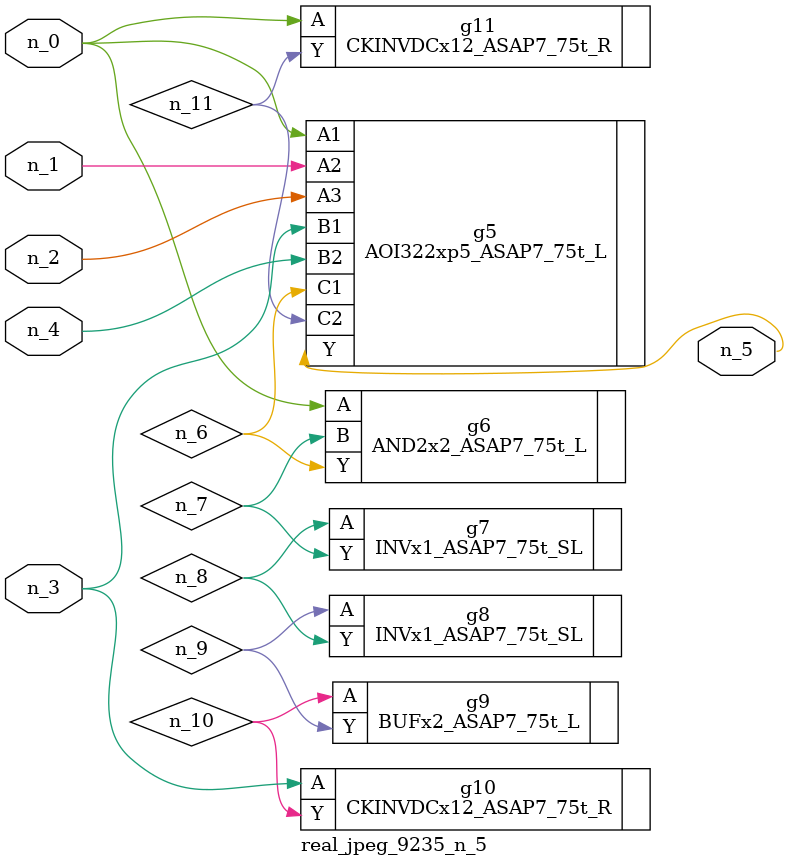
<source format=v>
module real_jpeg_9235_n_5 (n_4, n_0, n_1, n_2, n_3, n_5);

input n_4;
input n_0;
input n_1;
input n_2;
input n_3;

output n_5;

wire n_8;
wire n_11;
wire n_6;
wire n_7;
wire n_10;
wire n_9;

AOI322xp5_ASAP7_75t_L g5 ( 
.A1(n_0),
.A2(n_1),
.A3(n_2),
.B1(n_3),
.B2(n_4),
.C1(n_6),
.C2(n_11),
.Y(n_5)
);

AND2x2_ASAP7_75t_L g6 ( 
.A(n_0),
.B(n_7),
.Y(n_6)
);

CKINVDCx12_ASAP7_75t_R g11 ( 
.A(n_0),
.Y(n_11)
);

CKINVDCx12_ASAP7_75t_R g10 ( 
.A(n_3),
.Y(n_10)
);

INVx1_ASAP7_75t_SL g7 ( 
.A(n_8),
.Y(n_7)
);

INVx1_ASAP7_75t_SL g8 ( 
.A(n_9),
.Y(n_8)
);

BUFx2_ASAP7_75t_L g9 ( 
.A(n_10),
.Y(n_9)
);


endmodule
</source>
